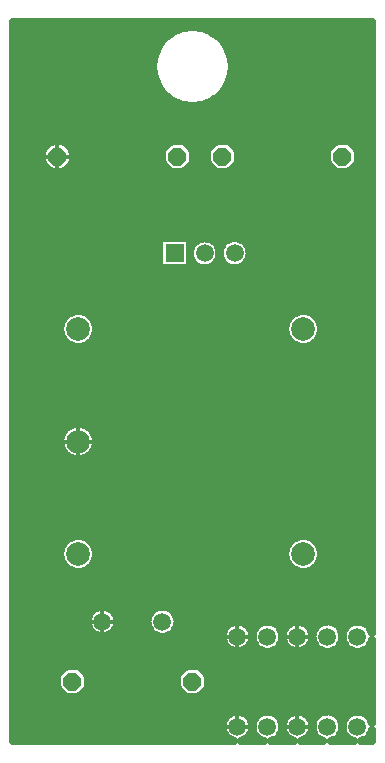
<source format=gbl>
G04 DipTrace 4.3.0.4*
G04 racal_dana_OCXO.GBL*
%MOIN*%
G04 #@! TF.FileFunction,Copper,L2,Bot*
G04 #@! TF.Part,Single*
%AMOUTLINE0*
4,1,8,
0.01263,-0.030487,
-0.012628,-0.030487,
-0.030487,-0.01263,
-0.030487,0.012628,
-0.01263,0.030487,
0.012628,0.030487,
0.030487,0.01263,
0.030487,-0.012628,
0.01263,-0.030487,
0*%
G04 #@! TA.AperFunction,CopperBalancing*
%ADD17C,0.025*%
%ADD18C,0.013*%
G04 #@! TA.AperFunction,ComponentPad*
%ADD20C,0.059055*%
%ADD21C,0.07874*%
%ADD24R,0.059055X0.059055*%
%ADD37OUTLINE0*%
%FSLAX26Y26*%
G04*
G70*
G90*
G75*
G01*
G04 Bottom*
%LPD*%
X448009Y2817631D2*
D17*
X998209D1*
X1089798D2*
X1639997D1*
X448009Y2792762D2*
X955453D1*
X1132554D2*
X1639997D1*
X448009Y2767894D2*
X933331D1*
X1154659D2*
X1639997D1*
X448009Y2743025D2*
X920017D1*
X1167971D2*
X1639997D1*
X448009Y2718156D2*
X912751D1*
X1175256D2*
X1639997D1*
X448009Y2693287D2*
X910508D1*
X1177499D2*
X1639997D1*
X448009Y2668419D2*
X913020D1*
X1174969D2*
X1639997D1*
X448009Y2643550D2*
X920609D1*
X1167398D2*
X1639997D1*
X448009Y2618681D2*
X934318D1*
X1153672D2*
X1639997D1*
X448009Y2593812D2*
X957104D1*
X1130885D2*
X1639997D1*
X448009Y2568944D2*
X1002516D1*
X1085492D2*
X1639997D1*
X448009Y2544075D2*
X1639997D1*
X448009Y2519206D2*
X1639997D1*
X448009Y2494337D2*
X1639997D1*
X448009Y2469469D2*
X1639997D1*
X448009Y2444600D2*
X574256D1*
X613740D2*
X974202D1*
X1013795D2*
X1124252D1*
X1163738D2*
X1524218D1*
X1563791D2*
X1639997D1*
X448009Y2419731D2*
X545063D1*
X642932D2*
X945064D1*
X1042933D2*
X1095079D1*
X1192929D2*
X1495062D1*
X1592948D2*
X1639997D1*
X448009Y2394862D2*
X540381D1*
X647633D2*
X940364D1*
X1047634D2*
X1090378D1*
X1197630D2*
X1490379D1*
X1597631D2*
X1639997D1*
X448009Y2369993D2*
X543790D1*
X644206D2*
X943791D1*
X1044207D2*
X1093786D1*
X1194220D2*
X1493787D1*
X1594203D2*
X1639997D1*
X448009Y2345125D2*
X569483D1*
X618513D2*
X969501D1*
X1018496D2*
X1119480D1*
X1168509D2*
X1519517D1*
X1568492D2*
X1639997D1*
X448009Y2320256D2*
X1639997D1*
X448009Y2295387D2*
X1639997D1*
X448009Y2270518D2*
X1639997D1*
X448009Y2245650D2*
X1639997D1*
X448009Y2220781D2*
X1639997D1*
X448009Y2195912D2*
X1639997D1*
X448009Y2171043D2*
X1639997D1*
X448009Y2146175D2*
X1639997D1*
X448009Y2121306D2*
X1639997D1*
X448009Y2096437D2*
X931572D1*
X1230033D2*
X1639997D1*
X448009Y2071568D2*
X931572D1*
X1236906D2*
X1639997D1*
X448009Y2046699D2*
X931572D1*
X1230571D2*
X1639997D1*
X448009Y2021831D2*
X931572D1*
X1036904D2*
X1072274D1*
X1096220D2*
X1172265D1*
X1196213D2*
X1639997D1*
X448009Y1996962D2*
X1639997D1*
X448009Y1972093D2*
X1639997D1*
X448009Y1947224D2*
X1639997D1*
X448009Y1922356D2*
X1639997D1*
X448009Y1897487D2*
X1639997D1*
X448009Y1872618D2*
X633320D1*
X692182D2*
X1383031D1*
X1442486D2*
X1639997D1*
X448009Y1847749D2*
X607592D1*
X717930D2*
X1357446D1*
X1468071D2*
X1639997D1*
X448009Y1822881D2*
X600361D1*
X725143D2*
X1350251D1*
X1475248D2*
X1639997D1*
X448009Y1798012D2*
X604021D1*
X721483D2*
X1353911D1*
X1471588D2*
X1639997D1*
X448009Y1773143D2*
X621533D1*
X703971D2*
X1371369D1*
X1454130D2*
X1639997D1*
X448009Y1748274D2*
X1639997D1*
X448009Y1723406D2*
X1639997D1*
X448009Y1698537D2*
X1639997D1*
X448009Y1673668D2*
X1639997D1*
X448009Y1648799D2*
X1639997D1*
X448009Y1623930D2*
X1639997D1*
X448009Y1599062D2*
X1639997D1*
X448009Y1574193D2*
X1639997D1*
X448009Y1549324D2*
X1639997D1*
X448009Y1524455D2*
X1639997D1*
X448009Y1499587D2*
X637681D1*
X687858D2*
X1639997D1*
X448009Y1474718D2*
X608722D1*
X716818D2*
X1639997D1*
X448009Y1449849D2*
X600541D1*
X724982D2*
X1639997D1*
X448009Y1424980D2*
X603340D1*
X722182D2*
X1639997D1*
X448009Y1400112D2*
X619325D1*
X706196D2*
X1639997D1*
X448009Y1375243D2*
X1639997D1*
X448009Y1350374D2*
X1639997D1*
X448009Y1325505D2*
X1639997D1*
X448009Y1300636D2*
X1639997D1*
X448009Y1275768D2*
X1639997D1*
X448009Y1250899D2*
X1639997D1*
X448009Y1226030D2*
X1639997D1*
X448009Y1201161D2*
X1639997D1*
X448009Y1176293D2*
X1639997D1*
X448009Y1151424D2*
X1639997D1*
X448009Y1126555D2*
X643315D1*
X682224D2*
X1393259D1*
X1432294D2*
X1639997D1*
X448009Y1101686D2*
X609961D1*
X715597D2*
X1359940D1*
X1465613D2*
X1639997D1*
X448009Y1076818D2*
X600774D1*
X724766D2*
X1350772D1*
X1474781D2*
X1639997D1*
X448009Y1051949D2*
X602730D1*
X722810D2*
X1352745D1*
X1472807D2*
X1639997D1*
X448009Y1027080D2*
X617316D1*
X708223D2*
X1367349D1*
X1458202D2*
X1639997D1*
X448009Y1002211D2*
X1639997D1*
X448009Y977343D2*
X1639997D1*
X448009Y952474D2*
X1639997D1*
X448009Y927605D2*
X1639997D1*
X448009Y902736D2*
X1639997D1*
X448009Y877867D2*
X704497D1*
X783508D2*
X904497D1*
X983509D2*
X1639997D1*
X448009Y852999D2*
X692152D1*
X795852D2*
X892154D1*
X995853D2*
X1639997D1*
X448009Y828130D2*
X693911D1*
X794094D2*
X893912D1*
X994094D2*
X1154736D1*
X1233262D2*
X1254727D1*
X1333272D2*
X1354736D1*
X1433264D2*
X1454566D1*
X1533434D2*
X1554738D1*
X448009Y803261D2*
X712230D1*
X775776D2*
X912231D1*
X975776D2*
X1142194D1*
X448009Y778392D2*
X1143827D1*
X448009Y753524D2*
X1161860D1*
X1226139D2*
X1261869D1*
X1326131D2*
X1361860D1*
X1426140D2*
X1461672D1*
X1526329D2*
X1561860D1*
X1626140D2*
X1639997D1*
X448009Y728655D2*
X1639997D1*
X448009Y703786D2*
X1639997D1*
X448009Y678917D2*
X604112D1*
X683894D2*
X1004112D1*
X1083895D2*
X1639997D1*
X448009Y654049D2*
X590367D1*
X697619D2*
X990369D1*
X1097621D2*
X1639997D1*
X448009Y629180D2*
X590493D1*
X697512D2*
X990493D1*
X1097513D2*
X1639997D1*
X448009Y604311D2*
X608883D1*
X679121D2*
X1008885D1*
X1079122D2*
X1639997D1*
X448009Y579442D2*
X1639997D1*
X448009Y554573D2*
X1639997D1*
X448009Y529705D2*
X1156261D1*
X1231738D2*
X1256252D1*
X1331747D2*
X1356261D1*
X1431738D2*
X1456092D1*
X1531908D2*
X1556262D1*
X448009Y504836D2*
X1142517D1*
X448009Y479967D2*
X1143343D1*
X448009Y455098D2*
X1159814D1*
X1228185D2*
X1259823D1*
X1328176D2*
X1359814D1*
X1428185D2*
X1459644D1*
X1528356D2*
X1559815D1*
X794075Y840940D2*
X793795Y837892D1*
X793329Y834869D1*
X792681Y831878D1*
X791852Y828933D1*
X790844Y826043D1*
X789663Y823222D1*
X788311Y820476D1*
X786794Y817819D1*
X785118Y815259D1*
X783290Y812804D1*
X781315Y810467D1*
X779201Y808255D1*
X776957Y806176D1*
X774589Y804238D1*
X772109Y802446D1*
X769522Y800810D1*
X766843Y799335D1*
X764077Y798025D1*
X761236Y796886D1*
X758332Y795923D1*
X755375Y795139D1*
X752375Y794535D1*
X749344Y794118D1*
X746293Y793885D1*
X743234Y793839D1*
X740177Y793978D1*
X737134Y794304D1*
X734117Y794815D1*
X731136Y795509D1*
X728205Y796383D1*
X725331Y797434D1*
X722528Y798660D1*
X719803Y800054D1*
X717169Y801610D1*
X714635Y803324D1*
X712210Y805190D1*
X709903Y807201D1*
X707723Y809348D1*
X705677Y811623D1*
X703776Y814021D1*
X702022Y816529D1*
X700425Y819139D1*
X698991Y821841D1*
X697724Y824627D1*
X696629Y827484D1*
X695710Y830403D1*
X694971Y833371D1*
X694415Y836381D1*
X694042Y839417D1*
X693856Y842472D1*
Y845531D1*
X694042Y848585D1*
X694415Y851623D1*
X694971Y854631D1*
X695711Y857601D1*
X696630Y860520D1*
X697726Y863377D1*
X698992Y866161D1*
X700428Y868865D1*
X702024Y871475D1*
X703777Y873983D1*
X705680Y876379D1*
X707724Y878655D1*
X709906Y880802D1*
X712213Y882812D1*
X714638Y884677D1*
X717172Y886392D1*
X719806Y887949D1*
X722530Y889341D1*
X725335Y890567D1*
X728209Y891618D1*
X731140Y892492D1*
X734121Y893185D1*
X737138Y893697D1*
X740180Y894022D1*
X743236Y894163D1*
X746297Y894115D1*
X749348Y893882D1*
X752378Y893463D1*
X755378Y892861D1*
X758336Y892076D1*
X761240Y891113D1*
X764080Y889974D1*
X766845Y888664D1*
X769526Y887189D1*
X772112Y885552D1*
X774592Y883761D1*
X776959Y881822D1*
X779203Y879743D1*
X781318Y877530D1*
X783293Y875192D1*
X785121Y872739D1*
X786797Y870178D1*
X788312Y867521D1*
X789664Y864776D1*
X790845Y861953D1*
X791853Y859064D1*
X792682Y856118D1*
X793331Y853129D1*
X793795Y850104D1*
X794075Y847056D1*
X794168Y844000D1*
X794075Y840940D1*
X993329Y834865D2*
X990811Y825957D1*
X986698Y817661D1*
X981131Y810265D1*
X974301Y804016D1*
X966437Y799130D1*
X957811Y795770D1*
X948713Y794054D1*
X939455Y794038D1*
X930352Y795724D1*
X921714Y799054D1*
X913835Y803915D1*
X906983Y810139D1*
X901391Y817518D1*
X897251Y825798D1*
X894702Y834698D1*
X893832Y843915D1*
X894671Y853135D1*
X897189Y862043D1*
X901302Y870339D1*
X906869Y877735D1*
X913699Y883984D1*
X921563Y888870D1*
X930189Y892230D1*
X939287Y893946D1*
X948545Y893962D1*
X957648Y892276D1*
X966286Y888946D1*
X974165Y884085D1*
X981017Y877861D1*
X986609Y870482D1*
X990749Y862202D1*
X993298Y853302D1*
X994168Y844000D1*
X993329Y834865D1*
X1174672Y2684822D2*
X1173713Y2675728D1*
X1172122Y2666724D1*
X1169908Y2657853D1*
X1167080Y2649159D1*
X1163652Y2640682D1*
X1159640Y2632466D1*
X1155067Y2624549D1*
X1149951Y2616971D1*
X1144320Y2609768D1*
X1138199Y2602975D1*
X1131621Y2596625D1*
X1124615Y2590751D1*
X1117217Y2585378D1*
X1109461Y2580535D1*
X1101387Y2576245D1*
X1093033Y2572530D1*
X1084440Y2569406D1*
X1075650Y2566887D1*
X1066706Y2564990D1*
X1057651Y2563720D1*
X1048530Y2563085D1*
X1039387Y2563088D1*
X1030266Y2563728D1*
X1021213Y2565004D1*
X1012270Y2566908D1*
X1003482Y2569430D1*
X994891Y2572560D1*
X986539Y2576282D1*
X978467Y2580577D1*
X970715Y2585425D1*
X963320Y2590802D1*
X956318Y2596681D1*
X949743Y2603034D1*
X943627Y2609831D1*
X938000Y2617037D1*
X932890Y2624619D1*
X928320Y2632539D1*
X924315Y2640759D1*
X920892Y2649236D1*
X918070Y2657933D1*
X915861Y2666806D1*
X914276Y2675810D1*
X913323Y2684904D1*
X913007Y2694041D1*
X913328Y2703178D1*
X914287Y2712272D1*
X915878Y2721276D1*
X918092Y2730147D1*
X920920Y2738841D1*
X924348Y2747318D1*
X928360Y2755534D1*
X932933Y2763451D1*
X938049Y2771029D1*
X943680Y2778232D1*
X949801Y2785025D1*
X956379Y2791375D1*
X963385Y2797249D1*
X970783Y2802622D1*
X978539Y2807465D1*
X986613Y2811755D1*
X994967Y2815470D1*
X1003560Y2818594D1*
X1012350Y2821113D1*
X1021294Y2823010D1*
X1030349Y2824280D1*
X1039470Y2824915D1*
X1048613Y2824912D1*
X1057734Y2824272D1*
X1066787Y2822996D1*
X1075730Y2821092D1*
X1084518Y2818570D1*
X1093109Y2815440D1*
X1101461Y2811718D1*
X1109533Y2807423D1*
X1117285Y2802575D1*
X1124680Y2797198D1*
X1131682Y2791319D1*
X1138257Y2784966D1*
X1144373Y2778169D1*
X1150000Y2770963D1*
X1155110Y2763381D1*
X1159680Y2755461D1*
X1163685Y2747241D1*
X1167108Y2738764D1*
X1169930Y2730067D1*
X1172139Y2721194D1*
X1173724Y2712190D1*
X1174677Y2703096D1*
X1174993Y2694000D1*
X1174672Y2684822D1*
X1243990Y490020D2*
X1243795Y487892D1*
X1243329Y484869D1*
X1243028Y483367D1*
X1242681Y481877D1*
X1242289Y480396D1*
X1241850Y478929D1*
X1241369Y477476D1*
X1240843Y476038D1*
X1239660Y473217D1*
X1238308Y470471D1*
X1236791Y467814D1*
X1235115Y465253D1*
X1233286Y462801D1*
X1231311Y460463D1*
X1229197Y458252D1*
X1226953Y456172D1*
X1224585Y454234D1*
X1222104Y452444D1*
X1219518Y450807D1*
X1216837Y449332D1*
X1215463Y448656D1*
X1214071Y448022D1*
X1212657Y447430D1*
X1211228Y446883D1*
X1209782Y446379D1*
X1208322Y445920D1*
X1206827Y445500D1*
X1281172D1*
X1278916Y446154D1*
X1277175Y446738D1*
X1275455Y447386D1*
X1273761Y448096D1*
X1272094Y448867D1*
X1270457Y449699D1*
X1268850Y450592D1*
X1261302Y455951D1*
X1254867Y462608D1*
X1249765Y470333D1*
X1246169Y478865D1*
X1245648Y480626D1*
X1245190Y482406D1*
X1244799Y484199D1*
X1244472Y486008D1*
X1244214Y487827D1*
X1244003Y489924D1*
X1181173Y445500D2*
X1179638Y445932D1*
X1178177Y446392D1*
X1176732Y446898D1*
X1175303Y447446D1*
X1173891Y448038D1*
X1172499Y448673D1*
X1171125Y449350D1*
X1169773Y450070D1*
X1168444Y450829D1*
X1165860Y452467D1*
X1163381Y454260D1*
X1161014Y456201D1*
X1158772Y458282D1*
X1156659Y460496D1*
X1154686Y462835D1*
X1152860Y465290D1*
X1151186Y467852D1*
X1149672Y470510D1*
X1148322Y473256D1*
X1147142Y476080D1*
X1146136Y478970D1*
X1145310Y481915D1*
X1144663Y484906D1*
X1144201Y487930D1*
X1143923Y490978D1*
X1143832Y494037D1*
X1143928Y497094D1*
X1144210Y500142D1*
X1144677Y503165D1*
X1145327Y506156D1*
X1146159Y509101D1*
X1147168Y511990D1*
X1148352Y514811D1*
X1149706Y517555D1*
X1151224Y520211D1*
X1152902Y522770D1*
X1154732Y525222D1*
X1156709Y527558D1*
X1158824Y529769D1*
X1161070Y531848D1*
X1163438Y533785D1*
X1165920Y535573D1*
X1168507Y537209D1*
X1171189Y538682D1*
X1173955Y539990D1*
X1176797Y541126D1*
X1179701Y542087D1*
X1182659Y542869D1*
X1185660Y543470D1*
X1188692Y543886D1*
X1191741Y544117D1*
X1194802Y544161D1*
X1197858Y544020D1*
X1200900Y543692D1*
X1203917Y543178D1*
X1206896Y542482D1*
X1209828Y541605D1*
X1212701Y540552D1*
X1215504Y539325D1*
X1218227Y537930D1*
X1220861Y536371D1*
X1223394Y534655D1*
X1225818Y532787D1*
X1228123Y530776D1*
X1230302Y528627D1*
X1232345Y526349D1*
X1234245Y523951D1*
X1235997Y521442D1*
X1237592Y518831D1*
X1239025Y516127D1*
X1240290Y513341D1*
X1241383Y510483D1*
X1241864Y509030D1*
X1242301Y507562D1*
X1242692Y506083D1*
X1243037Y504591D1*
X1243337Y503089D1*
X1243592Y501580D1*
X1243801Y500063D1*
X1243997Y498071D1*
X1244276Y500652D1*
X1244552Y502469D1*
X1244895Y504273D1*
X1245304Y506064D1*
X1245778Y507839D1*
X1246318Y509596D1*
X1246921Y511331D1*
X1250907Y519686D1*
X1256361Y527168D1*
X1263096Y533518D1*
X1270883Y538525D1*
X1279459Y542014D1*
X1288529Y543869D1*
X1297785Y544025D1*
X1306913Y542478D1*
X1315601Y539280D1*
X1323552Y534539D1*
X1330499Y528419D1*
X1336202Y521126D1*
X1340467Y512909D1*
X1343151Y504049D1*
X1343486Y502243D1*
X1343755Y500425D1*
X1343996Y498058D1*
X1344211Y500155D1*
X1344423Y501671D1*
X1344680Y503180D1*
X1344982Y504681D1*
X1345331Y506172D1*
X1345724Y507651D1*
X1346164Y509117D1*
X1346647Y510570D1*
X1347745Y513427D1*
X1349016Y516210D1*
X1350454Y518911D1*
X1352054Y521520D1*
X1353810Y524025D1*
X1355714Y526420D1*
X1357762Y528693D1*
X1359945Y530839D1*
X1362253Y532845D1*
X1364681Y534709D1*
X1367217Y536420D1*
X1369853Y537974D1*
X1372579Y539365D1*
X1375385Y540587D1*
X1378259Y541634D1*
X1381193Y542505D1*
X1384173Y543196D1*
X1387190Y543703D1*
X1390234Y544026D1*
X1393290Y544163D1*
X1396350Y544113D1*
X1399400Y543877D1*
X1402430Y543454D1*
X1405430Y542848D1*
X1408387Y542060D1*
X1411290Y541094D1*
X1414129Y539953D1*
X1416894Y538640D1*
X1419572Y537161D1*
X1422156Y535522D1*
X1424635Y533728D1*
X1427000Y531786D1*
X1429241Y529705D1*
X1431353Y527490D1*
X1433325Y525151D1*
X1435151Y522696D1*
X1436824Y520133D1*
X1438337Y517474D1*
X1439686Y514727D1*
X1440865Y511903D1*
X1441869Y509013D1*
X1442304Y507545D1*
X1442696Y506064D1*
X1443041Y504573D1*
X1443341Y503072D1*
X1443594Y501562D1*
X1443802Y500045D1*
X1443941Y498741D1*
X1444136Y500483D1*
X1444407Y502301D1*
X1444743Y504106D1*
X1445144Y505899D1*
X1445612Y507676D1*
X1446144Y509434D1*
X1446740Y511172D1*
X1450699Y519564D1*
X1456134Y527085D1*
X1462858Y533479D1*
X1470643Y538529D1*
X1479223Y542063D1*
X1488306Y543959D1*
X1497583Y544156D1*
X1506739Y542643D1*
X1515459Y539474D1*
X1523450Y534757D1*
X1530437Y528651D1*
X1536184Y521366D1*
X1540495Y513148D1*
X1543222Y504280D1*
X1543564Y502474D1*
X1543841Y500659D1*
X1544058Y498749D1*
X1544276Y500652D1*
X1544552Y502469D1*
X1544895Y504273D1*
X1545304Y506064D1*
X1545778Y507839D1*
X1546318Y509596D1*
X1546921Y511331D1*
X1550907Y519686D1*
X1556361Y527168D1*
X1563096Y533518D1*
X1570883Y538525D1*
X1579459Y542014D1*
X1588529Y543869D1*
X1597785Y544025D1*
X1606913Y542478D1*
X1615601Y539280D1*
X1623552Y534539D1*
X1630499Y528419D1*
X1636202Y521126D1*
X1640467Y512909D1*
X1641129Y511196D1*
X1641727Y509458D1*
X1642261Y507701D1*
X1642500Y506797D1*
Y781163D1*
X1640811Y775957D1*
X1636698Y767661D1*
X1631131Y760265D1*
X1624301Y754016D1*
X1616437Y749130D1*
X1607811Y745770D1*
X1598713Y744054D1*
X1589455Y744038D1*
X1580352Y745724D1*
X1571714Y749054D1*
X1563835Y753915D1*
X1556983Y760139D1*
X1551391Y767518D1*
X1547251Y775798D1*
X1544702Y784698D1*
X1544395Y786509D1*
X1544154Y788331D1*
X1544062Y789290D1*
X1543446Y784865D1*
X1540927Y775934D1*
X1536807Y767619D1*
X1531231Y760202D1*
X1524387Y753937D1*
X1516508Y749035D1*
X1507862Y745665D1*
X1498745Y743941D1*
X1489466Y743921D1*
X1480341Y745608D1*
X1471681Y748941D1*
X1463782Y753810D1*
X1456912Y760046D1*
X1451304Y767440D1*
X1447151Y775736D1*
X1444592Y784656D1*
X1444283Y786467D1*
X1444042Y788289D1*
X1443946Y789290D1*
X1443795Y787892D1*
X1443329Y784869D1*
X1443028Y783367D1*
X1442681Y781877D1*
X1442289Y780396D1*
X1441850Y778929D1*
X1441369Y777476D1*
X1440843Y776038D1*
X1439660Y773217D1*
X1438308Y770471D1*
X1436791Y767814D1*
X1435115Y765253D1*
X1433286Y762801D1*
X1431311Y760463D1*
X1429197Y758252D1*
X1426953Y756172D1*
X1424585Y754234D1*
X1422104Y752444D1*
X1419518Y750807D1*
X1416837Y749332D1*
X1414072Y748022D1*
X1411231Y746885D1*
X1408327Y745921D1*
X1405370Y745138D1*
X1402370Y744535D1*
X1399339Y744117D1*
X1396287Y743885D1*
X1393228Y743839D1*
X1390171Y743979D1*
X1387129Y744304D1*
X1384112Y744816D1*
X1381133Y745510D1*
X1378199Y746386D1*
X1375327Y747437D1*
X1372522Y748661D1*
X1369798Y750055D1*
X1367164Y751613D1*
X1364630Y753328D1*
X1362205Y755194D1*
X1359899Y757205D1*
X1357719Y759352D1*
X1355675Y761629D1*
X1353772Y764025D1*
X1352020Y766533D1*
X1350423Y769143D1*
X1348988Y771846D1*
X1347722Y774631D1*
X1346627Y777490D1*
X1346146Y778942D1*
X1345709Y780409D1*
X1345316Y781890D1*
X1344969Y783381D1*
X1344668Y784882D1*
X1344412Y786391D1*
X1344203Y787908D1*
X1344003Y789929D1*
X1343329Y784865D1*
X1340811Y775957D1*
X1336698Y767661D1*
X1331131Y760265D1*
X1324301Y754016D1*
X1316437Y749130D1*
X1307811Y745770D1*
X1298713Y744054D1*
X1289455Y744038D1*
X1280352Y745724D1*
X1271714Y749054D1*
X1263835Y753915D1*
X1256983Y760139D1*
X1251391Y767518D1*
X1247251Y775798D1*
X1244702Y784698D1*
X1244395Y786509D1*
X1244154Y788331D1*
X1244001Y789923D1*
X1243795Y787892D1*
X1243329Y784869D1*
X1243028Y783367D1*
X1242681Y781877D1*
X1242289Y780396D1*
X1241850Y778929D1*
X1241369Y777476D1*
X1240843Y776038D1*
X1239660Y773217D1*
X1238308Y770471D1*
X1236791Y767814D1*
X1235115Y765253D1*
X1233286Y762801D1*
X1231311Y760463D1*
X1229197Y758252D1*
X1226953Y756172D1*
X1224585Y754234D1*
X1222104Y752444D1*
X1219518Y750807D1*
X1216837Y749332D1*
X1214072Y748022D1*
X1211231Y746885D1*
X1208327Y745921D1*
X1205370Y745138D1*
X1202370Y744535D1*
X1199339Y744117D1*
X1196287Y743885D1*
X1193228Y743839D1*
X1190171Y743979D1*
X1187129Y744304D1*
X1184112Y744816D1*
X1181133Y745510D1*
X1178199Y746386D1*
X1175327Y747437D1*
X1172522Y748661D1*
X1169798Y750055D1*
X1167164Y751613D1*
X1164630Y753328D1*
X1162205Y755194D1*
X1159899Y757205D1*
X1157719Y759352D1*
X1155675Y761629D1*
X1153772Y764025D1*
X1152020Y766533D1*
X1150423Y769143D1*
X1148988Y771846D1*
X1147722Y774631D1*
X1146627Y777490D1*
X1145709Y780408D1*
X1144970Y783377D1*
X1144413Y786386D1*
X1144041Y789423D1*
X1143856Y792478D1*
Y795537D1*
X1144042Y798591D1*
X1144416Y801629D1*
X1144972Y804636D1*
X1145713Y807606D1*
X1146631Y810525D1*
X1147727Y813382D1*
X1148995Y816167D1*
X1150430Y818869D1*
X1152028Y821479D1*
X1153781Y823987D1*
X1155684Y826383D1*
X1157728Y828659D1*
X1159909Y830806D1*
X1162217Y832815D1*
X1164642Y834681D1*
X1167176Y836395D1*
X1169811Y837951D1*
X1172535Y839344D1*
X1175340Y840568D1*
X1178214Y841619D1*
X1181146Y842493D1*
X1184126Y843186D1*
X1187143Y843697D1*
X1190185Y844022D1*
X1193241Y844163D1*
X1196302Y844115D1*
X1199353Y843882D1*
X1202383Y843462D1*
X1205383Y842860D1*
X1208341Y842075D1*
X1211245Y841110D1*
X1214085Y839972D1*
X1216850Y838661D1*
X1219530Y837186D1*
X1222115Y835549D1*
X1224597Y833757D1*
X1226963Y831819D1*
X1229207Y829739D1*
X1231322Y827526D1*
X1233295Y825188D1*
X1235123Y822735D1*
X1236799Y820175D1*
X1238315Y817516D1*
X1239667Y814770D1*
X1240848Y811948D1*
X1241854Y809059D1*
X1242291Y807592D1*
X1242684Y806112D1*
X1243031Y804621D1*
X1243332Y803119D1*
X1243588Y801610D1*
X1243797Y800093D1*
X1243997Y798068D1*
X1244117Y799332D1*
X1244345Y801155D1*
X1244640Y802969D1*
X1245001Y804770D1*
X1245429Y806556D1*
X1245921Y808327D1*
X1246478Y810077D1*
X1247098Y811807D1*
X1251169Y820122D1*
X1256698Y827547D1*
X1263497Y833829D1*
X1271336Y838756D1*
X1279945Y842159D1*
X1289034Y843921D1*
X1298291Y843984D1*
X1307403Y842344D1*
X1316058Y839058D1*
X1323962Y834238D1*
X1330845Y828047D1*
X1336474Y820697D1*
X1340656Y812438D1*
X1343251Y803551D1*
X1343567Y801741D1*
X1343818Y799921D1*
X1344000Y798098D1*
X1344207Y800126D1*
X1344417Y801642D1*
X1344675Y803152D1*
X1344976Y804652D1*
X1345324Y806143D1*
X1345718Y807623D1*
X1346155Y809091D1*
X1346638Y810543D1*
X1347165Y811980D1*
X1348348Y814802D1*
X1349701Y817547D1*
X1351219Y820203D1*
X1352896Y822762D1*
X1354726Y825215D1*
X1356702Y827551D1*
X1358818Y829762D1*
X1361063Y831841D1*
X1363432Y833780D1*
X1365913Y835568D1*
X1368500Y837203D1*
X1371181Y838677D1*
X1373948Y839986D1*
X1376787Y841123D1*
X1379693Y842084D1*
X1382651Y842867D1*
X1385651Y843469D1*
X1388682Y843886D1*
X1391734Y844117D1*
X1394793Y844161D1*
X1397849Y844020D1*
X1400891Y843693D1*
X1403908Y843180D1*
X1406888Y842484D1*
X1409820Y841609D1*
X1412693Y840555D1*
X1415496Y839329D1*
X1418219Y837934D1*
X1420853Y836377D1*
X1423386Y834660D1*
X1425811Y832793D1*
X1428117Y830782D1*
X1430295Y828634D1*
X1432339Y826356D1*
X1434240Y823959D1*
X1435992Y821450D1*
X1437588Y818839D1*
X1439021Y816135D1*
X1440286Y813349D1*
X1441379Y810492D1*
X1441861Y809038D1*
X1442298Y807571D1*
X1442689Y806091D1*
X1443035Y804600D1*
X1443336Y803098D1*
X1443591Y801588D1*
X1443799Y800072D1*
X1443941Y798741D1*
X1444222Y801113D1*
X1444516Y802927D1*
X1444874Y804728D1*
X1445299Y806516D1*
X1445789Y808286D1*
X1446343Y810038D1*
X1446961Y811769D1*
X1451026Y820109D1*
X1456556Y827562D1*
X1463360Y833870D1*
X1471209Y838822D1*
X1479832Y842247D1*
X1488938Y844028D1*
X1498218Y844106D1*
X1507353Y842478D1*
X1516033Y839199D1*
X1523963Y834381D1*
X1530873Y828188D1*
X1536528Y820831D1*
X1540734Y812559D1*
X1543348Y803656D1*
X1543668Y801846D1*
X1543921Y800028D1*
X1544055Y798719D1*
X1544345Y801155D1*
X1544640Y802969D1*
X1545001Y804770D1*
X1545429Y806556D1*
X1545921Y808327D1*
X1546478Y810077D1*
X1547098Y811807D1*
X1551169Y820122D1*
X1556698Y827547D1*
X1563497Y833829D1*
X1571336Y838756D1*
X1579945Y842159D1*
X1589034Y843921D1*
X1598291Y843984D1*
X1607403Y842344D1*
X1616058Y839058D1*
X1623962Y834238D1*
X1630845Y828047D1*
X1636474Y820697D1*
X1640656Y812438D1*
X1641301Y810718D1*
X1641881Y808974D1*
X1642500Y806806D1*
Y2842495D1*
X1370290Y2842500D1*
X445492D1*
X445500Y2753962D1*
Y445505D1*
X745269Y445500D1*
X1181163D1*
X1343909Y491190D2*
X1343329Y484865D1*
X1340811Y475957D1*
X1336698Y467661D1*
X1331131Y460265D1*
X1324301Y454016D1*
X1316437Y449130D1*
X1314780Y448337D1*
X1313093Y447608D1*
X1311382Y446940D1*
X1309647Y446335D1*
X1307892Y445794D1*
X1306798Y445500D1*
X1381112Y445516D1*
X1379638Y445932D1*
X1378177Y446392D1*
X1376732Y446898D1*
X1375303Y447446D1*
X1373891Y448038D1*
X1372499Y448673D1*
X1371125Y449350D1*
X1369773Y450070D1*
X1368444Y450829D1*
X1365860Y452467D1*
X1363381Y454260D1*
X1361014Y456201D1*
X1358772Y458282D1*
X1356659Y460496D1*
X1354686Y462835D1*
X1352860Y465290D1*
X1351186Y467852D1*
X1349672Y470510D1*
X1348322Y473256D1*
X1347142Y476080D1*
X1346136Y478970D1*
X1345701Y480437D1*
X1345308Y481917D1*
X1344963Y483408D1*
X1344663Y484909D1*
X1344408Y486420D1*
X1344199Y487936D1*
X1344003Y489932D1*
X1343909Y491190D1*
X1443930Y489371D2*
X1443795Y487892D1*
X1443329Y484869D1*
X1443028Y483367D1*
X1442681Y481877D1*
X1442289Y480396D1*
X1441850Y478929D1*
X1441369Y477476D1*
X1440843Y476038D1*
X1439660Y473217D1*
X1438308Y470471D1*
X1436791Y467814D1*
X1435115Y465253D1*
X1433286Y462801D1*
X1431311Y460463D1*
X1429197Y458252D1*
X1426953Y456172D1*
X1424585Y454234D1*
X1422104Y452444D1*
X1419518Y450807D1*
X1416837Y449332D1*
X1415463Y448656D1*
X1414071Y448022D1*
X1412657Y447430D1*
X1411228Y446883D1*
X1409782Y446379D1*
X1408322Y445920D1*
X1406827Y445500D1*
X1480724D1*
X1478987Y446010D1*
X1477244Y446591D1*
X1475522Y447235D1*
X1473827Y447941D1*
X1472157Y448709D1*
X1470518Y449537D1*
X1468909Y450424D1*
X1467335Y451370D1*
X1459955Y456995D1*
X1453735Y463881D1*
X1448886Y471793D1*
X1445573Y480461D1*
X1445112Y482239D1*
X1444714Y484033D1*
X1444383Y485839D1*
X1444118Y487657D1*
X1443944Y489264D1*
X1543957Y490441D2*
X1543446Y484865D1*
X1540927Y475934D1*
X1536807Y467619D1*
X1531231Y460202D1*
X1524387Y453937D1*
X1516508Y449035D1*
X1514850Y448243D1*
X1513165Y447512D1*
X1511454Y446843D1*
X1509719Y446238D1*
X1507965Y445694D1*
X1507241Y445500D1*
X1581164D1*
X1578916Y446154D1*
X1577175Y446738D1*
X1575455Y447386D1*
X1573761Y448096D1*
X1572094Y448867D1*
X1570457Y449699D1*
X1568850Y450592D1*
X1561302Y455951D1*
X1554867Y462608D1*
X1549765Y470333D1*
X1546169Y478865D1*
X1545648Y480626D1*
X1545190Y482406D1*
X1544799Y484199D1*
X1544472Y486008D1*
X1544214Y487827D1*
X1543957Y490441D1*
X1642500Y481933D2*
X1640811Y475957D1*
X1636698Y467661D1*
X1631131Y460265D1*
X1624301Y454016D1*
X1616437Y449130D1*
X1614780Y448337D1*
X1613093Y447608D1*
X1611382Y446940D1*
X1609647Y446335D1*
X1607892Y445794D1*
X1606798Y445500D1*
X1642508D1*
X1642500Y481933D1*
X722063Y1809840D2*
X719971Y1800894D1*
X716538Y1792371D1*
X711844Y1784474D1*
X706000Y1777385D1*
X699142Y1771270D1*
X691432Y1766276D1*
X683049Y1762516D1*
X674189Y1760080D1*
X665063Y1759024D1*
X655882Y1759374D1*
X646862Y1761122D1*
X638215Y1764227D1*
X630143Y1768614D1*
X622836Y1774182D1*
X616463Y1780802D1*
X611176Y1788315D1*
X607098Y1796549D1*
X604324Y1805307D1*
X602921Y1814386D1*
X602919Y1823573D1*
X604320Y1832654D1*
X607091Y1841413D1*
X611165Y1849648D1*
X616450Y1857164D1*
X622820Y1863785D1*
X630126Y1869356D1*
X638197Y1873745D1*
X646843Y1876853D1*
X655862Y1878604D1*
X665042Y1878957D1*
X674169Y1877906D1*
X683029Y1875472D1*
X691413Y1871715D1*
X699126Y1866722D1*
X705986Y1860610D1*
X711832Y1853524D1*
X716529Y1845627D1*
X719965Y1837106D1*
X722060Y1828161D1*
X722765Y1818991D1*
X722063Y1809840D1*
X722696Y1440929D2*
X722462Y1437873D1*
X722071Y1434833D1*
X721526Y1431816D1*
X720828Y1428832D1*
X719979Y1425887D1*
X718979Y1422990D1*
X717833Y1420146D1*
X716545Y1417365D1*
X715115Y1414654D1*
X713549Y1412020D1*
X711850Y1409469D1*
X710024Y1407007D1*
X708073Y1404642D1*
X706005Y1402379D1*
X703824Y1400226D1*
X701535Y1398186D1*
X699147Y1396266D1*
X696663Y1394471D1*
X694089Y1392804D1*
X691434Y1391272D1*
X688706Y1389877D1*
X685909Y1388623D1*
X683051Y1387513D1*
X680142Y1386551D1*
X677186Y1385739D1*
X674193Y1385079D1*
X671169Y1384571D1*
X668125Y1384219D1*
X665066Y1384024D1*
X662001Y1383984D1*
X658938Y1384102D1*
X655885Y1384375D1*
X652850Y1384804D1*
X649841Y1385388D1*
X646865Y1386125D1*
X643932Y1387012D1*
X641047Y1388047D1*
X638219Y1389230D1*
X635454Y1390554D1*
X632761Y1392018D1*
X630147Y1393618D1*
X627618Y1395349D1*
X625180Y1397207D1*
X622840Y1399188D1*
X620604Y1401283D1*
X618479Y1403492D1*
X616469Y1405807D1*
X614579Y1408220D1*
X612816Y1410727D1*
X611182Y1413322D1*
X609684Y1415995D1*
X608324Y1418741D1*
X607105Y1421554D1*
X606033Y1424425D1*
X605108Y1427348D1*
X604333Y1430314D1*
X603711Y1433315D1*
X603243Y1436344D1*
X602930Y1439394D1*
X602773Y1442454D1*
Y1445520D1*
X602929Y1448580D1*
X603241Y1451630D1*
X603710Y1454659D1*
X604331Y1457660D1*
X605105Y1460626D1*
X606030Y1463549D1*
X607102Y1466420D1*
X608320Y1469232D1*
X609681Y1471980D1*
X611178Y1474654D1*
X612812Y1477248D1*
X614575Y1479755D1*
X616465Y1482169D1*
X618474Y1484483D1*
X620600Y1486692D1*
X622835Y1488789D1*
X625175Y1490769D1*
X627612Y1492627D1*
X630142Y1494360D1*
X632756Y1495959D1*
X635449Y1497424D1*
X638213Y1498748D1*
X641041Y1499930D1*
X643925Y1500967D1*
X646860Y1501854D1*
X649835Y1502592D1*
X652844Y1503175D1*
X655878Y1503605D1*
X658932Y1503878D1*
X661995Y1503996D1*
X665059Y1503957D1*
X668118Y1503761D1*
X671163Y1503409D1*
X674186Y1502904D1*
X677180Y1502244D1*
X680135Y1501432D1*
X683045Y1500470D1*
X685903Y1499361D1*
X688699Y1498106D1*
X691429Y1496711D1*
X694084Y1495180D1*
X696656Y1493513D1*
X699140Y1491718D1*
X701530Y1489798D1*
X703819Y1487760D1*
X706000Y1485606D1*
X708068Y1483344D1*
X710020Y1480979D1*
X711846Y1478518D1*
X713545Y1475967D1*
X715112Y1473332D1*
X716542Y1470621D1*
X717831Y1467840D1*
X718978Y1464997D1*
X719976Y1462100D1*
X720827Y1459155D1*
X721525Y1456171D1*
X722071Y1453154D1*
X722461Y1450114D1*
X722696Y1447058D1*
X722774Y1443991D1*
X722696Y1440929D1*
X722083Y1059840D2*
X719991Y1050894D1*
X716558Y1042371D1*
X711864Y1034474D1*
X706020Y1027385D1*
X699161Y1021270D1*
X691450Y1016276D1*
X683068Y1012516D1*
X674209Y1010080D1*
X665083Y1009024D1*
X655902Y1009374D1*
X646882Y1011122D1*
X638235Y1014227D1*
X630163Y1018614D1*
X622854Y1024182D1*
X616483Y1030802D1*
X611196Y1038315D1*
X607118Y1046549D1*
X604344Y1055307D1*
X602940Y1064386D1*
X602938Y1073573D1*
X604340Y1082654D1*
X607110Y1091413D1*
X611185Y1099648D1*
X616470Y1107164D1*
X622840Y1113785D1*
X630146Y1119356D1*
X638215Y1123745D1*
X646862Y1126853D1*
X655881Y1128604D1*
X665062Y1128957D1*
X674189Y1127906D1*
X683049Y1125472D1*
X691433Y1121715D1*
X699146Y1116722D1*
X706005Y1110610D1*
X711852Y1103524D1*
X716549Y1095627D1*
X719984Y1087106D1*
X722079Y1078161D1*
X722783Y1068991D1*
X722083Y1059840D1*
X1472180Y1809858D2*
X1470087Y1800895D1*
X1466650Y1792356D1*
X1461949Y1784441D1*
X1456096Y1777336D1*
X1449226Y1771209D1*
X1441503Y1766202D1*
X1433104Y1762432D1*
X1424228Y1759988D1*
X1415085Y1758929D1*
X1405886Y1759277D1*
X1396849Y1761025D1*
X1388184Y1764133D1*
X1380094Y1768526D1*
X1372772Y1774104D1*
X1366386Y1780734D1*
X1361087Y1788260D1*
X1356997Y1796508D1*
X1354217Y1805282D1*
X1352807Y1814379D1*
X1352803Y1823584D1*
X1354203Y1832682D1*
X1356976Y1841459D1*
X1361058Y1849711D1*
X1366350Y1857243D1*
X1372730Y1863878D1*
X1380049Y1869462D1*
X1388133Y1873864D1*
X1396795Y1876979D1*
X1405831Y1878735D1*
X1415029Y1879092D1*
X1424175Y1878041D1*
X1433051Y1875606D1*
X1441453Y1871844D1*
X1449182Y1866844D1*
X1456056Y1860723D1*
X1461917Y1853623D1*
X1466625Y1845714D1*
X1470070Y1837177D1*
X1472171Y1828215D1*
X1472881Y1819009D1*
X1472180Y1809858D1*
X1472083Y1059860D2*
X1469991Y1050913D1*
X1466558Y1042391D1*
X1461864Y1034492D1*
X1456020Y1027404D1*
X1449161Y1021290D1*
X1441450Y1016294D1*
X1433067Y1012534D1*
X1424209Y1010098D1*
X1415083Y1009043D1*
X1405902Y1009394D1*
X1396882Y1011142D1*
X1388235Y1014245D1*
X1380163Y1018634D1*
X1372854Y1024202D1*
X1366483Y1030820D1*
X1361196Y1038335D1*
X1357118Y1046567D1*
X1354344Y1055325D1*
X1352940Y1064406D1*
X1352938Y1073593D1*
X1354340Y1082673D1*
X1357110Y1091433D1*
X1361185Y1099667D1*
X1366470Y1107182D1*
X1372840Y1113803D1*
X1380146Y1119375D1*
X1388215Y1123765D1*
X1396862Y1126873D1*
X1405881Y1128623D1*
X1415062Y1128976D1*
X1424189Y1127924D1*
X1433049Y1125491D1*
X1441433Y1121735D1*
X1449146Y1116741D1*
X1456005Y1110630D1*
X1461852Y1103543D1*
X1466549Y1095647D1*
X1469984Y1087126D1*
X1472079Y1078180D1*
X1472783Y1069009D1*
X1472083Y1059860D1*
X1131388Y2342866D2*
X1156630Y2342867D1*
X1160853Y2343304D1*
X1166524Y2345394D1*
X1171236Y2348924D1*
X1189052Y2366741D1*
X1191672Y2369933D1*
X1194245Y2375395D1*
X1195127Y2381367D1*
Y2406625D1*
X1194690Y2410848D1*
X1192600Y2416517D1*
X1189070Y2421231D1*
X1171222Y2439076D1*
X1167927Y2441755D1*
X1162440Y2444286D1*
X1156612Y2445122D1*
X1131370Y2445121D1*
X1127147Y2444684D1*
X1121476Y2442594D1*
X1116764Y2439064D1*
X1098917Y2421217D1*
X1096240Y2417921D1*
X1093709Y2412434D1*
X1092873Y2406605D1*
Y2381364D1*
X1093310Y2377140D1*
X1095400Y2371471D1*
X1098930Y2366757D1*
X1116778Y2348912D1*
X1120073Y2346234D1*
X1125560Y2343702D1*
X1131388Y2342866D1*
X1531388Y2342878D2*
X1556630Y2342879D1*
X1560853Y2343316D1*
X1566524Y2345406D1*
X1571236Y2348936D1*
X1589052Y2366753D1*
X1591672Y2369945D1*
X1594245Y2375407D1*
X1595127Y2381379D1*
Y2406636D1*
X1594690Y2410860D1*
X1592600Y2416530D1*
X1589070Y2421243D1*
X1571222Y2439088D1*
X1567927Y2441766D1*
X1562440Y2444298D1*
X1556612Y2445134D1*
X1531370Y2445133D1*
X1527147Y2444696D1*
X1521476Y2442606D1*
X1516764Y2439076D1*
X1498917Y2421228D1*
X1496240Y2417933D1*
X1493709Y2412446D1*
X1492873Y2406617D1*
Y2381375D1*
X1493310Y2377152D1*
X1495400Y2371482D1*
X1498930Y2366769D1*
X1516778Y2348923D1*
X1520073Y2346245D1*
X1525560Y2343714D1*
X1531388Y2342878D1*
X943261Y2121265D2*
X1034411D1*
Y2076885D1*
X1034576Y2078168D1*
X1034869Y2079982D1*
X1035227Y2081783D1*
X1035651Y2083571D1*
X1036140Y2085343D1*
X1036694Y2087094D1*
X1037312Y2088824D1*
X1037992Y2090530D1*
X1038735Y2092211D1*
X1039538Y2093864D1*
X1044483Y2101690D1*
X1050782Y2108475D1*
X1058219Y2113987D1*
X1066543Y2118039D1*
X1075471Y2120492D1*
X1084697Y2121262D1*
X1093907Y2120325D1*
X1102787Y2117711D1*
X1111038Y2113510D1*
X1118374Y2107865D1*
X1124550Y2100967D1*
X1129352Y2093052D1*
X1132618Y2084390D1*
X1133072Y2082609D1*
X1133461Y2080814D1*
X1133783Y2079005D1*
X1134041Y2077186D1*
X1134241Y2075178D1*
X1134360Y2076429D1*
X1134588Y2078252D1*
X1134883Y2080066D1*
X1135245Y2081866D1*
X1135672Y2083654D1*
X1136164Y2085424D1*
X1136722Y2087175D1*
X1137343Y2088903D1*
X1141412Y2097218D1*
X1146941Y2104644D1*
X1153741Y2110927D1*
X1161579Y2115853D1*
X1170189Y2119256D1*
X1179277Y2121018D1*
X1188535Y2121081D1*
X1197647Y2119441D1*
X1206302Y2116155D1*
X1214205Y2111335D1*
X1221089Y2105144D1*
X1226718Y2097794D1*
X1230900Y2089535D1*
X1233493Y2080648D1*
X1234409Y2071436D1*
X1234411Y2071097D1*
X1233572Y2061962D1*
X1231054Y2053052D1*
X1226941Y2044759D1*
X1221375Y2037362D1*
X1214543Y2031113D1*
X1206681Y2026226D1*
X1198054Y2022867D1*
X1188957Y2021151D1*
X1179698Y2021135D1*
X1170596Y2022822D1*
X1161958Y2026151D1*
X1154077Y2031010D1*
X1147226Y2037236D1*
X1141634Y2044615D1*
X1137493Y2052895D1*
X1134945Y2061795D1*
X1134638Y2063606D1*
X1134396Y2065428D1*
X1134245Y2067020D1*
X1133572Y2061962D1*
X1131054Y2053052D1*
X1126941Y2044759D1*
X1121375Y2037362D1*
X1114543Y2031113D1*
X1106681Y2026226D1*
X1098054Y2022867D1*
X1088957Y2021151D1*
X1079698Y2021135D1*
X1070596Y2022822D1*
X1061958Y2026151D1*
X1054077Y2031010D1*
X1047226Y2037236D1*
X1041634Y2044615D1*
X1037493Y2052895D1*
X1036858Y2054619D1*
X1036287Y2056365D1*
X1035780Y2058131D1*
X1035337Y2059913D1*
X1034961Y2061713D1*
X1034651Y2063522D1*
X1034411Y2065306D1*
Y2020929D1*
X934075D1*
Y2121265D1*
X943261D1*
X639703Y2367420D2*
X641600Y2369824D1*
X643117Y2372480D1*
X644226Y2375332D1*
X644902Y2378316D1*
X645127Y2381367D1*
X645119Y2407164D1*
X644814Y2410207D1*
X644060Y2413172D1*
X642878Y2415993D1*
X641290Y2418609D1*
X639332Y2420963D1*
X620836Y2439453D1*
X618467Y2441388D1*
X615837Y2442953D1*
X613007Y2444112D1*
X610034Y2444839D1*
X606986Y2445118D1*
X580831Y2445114D1*
X577787Y2444807D1*
X574822Y2444055D1*
X572000Y2442871D1*
X569385Y2441285D1*
X567030Y2439325D1*
X548541Y2420831D1*
X546605Y2418461D1*
X545041Y2415832D1*
X543883Y2413000D1*
X543155Y2410029D1*
X542875Y2406979D1*
X542881Y2380825D1*
X543186Y2377781D1*
X543940Y2374816D1*
X545122Y2371995D1*
X546710Y2369379D1*
X548668Y2367025D1*
X567164Y2348535D1*
X569533Y2346600D1*
X572163Y2345035D1*
X574993Y2343877D1*
X577966Y2343150D1*
X581014Y2342870D1*
X607169Y2342874D1*
X610213Y2343181D1*
X613178Y2343933D1*
X616000Y2345117D1*
X618615Y2346703D1*
X620970Y2348663D1*
X639050Y2366739D1*
X639703Y2367420D1*
X981388Y2342878D2*
X1006630Y2342879D1*
X1010853Y2343316D1*
X1016524Y2345406D1*
X1021236Y2348936D1*
X1039052Y2366753D1*
X1041672Y2369945D1*
X1044245Y2375407D1*
X1045127Y2381379D1*
Y2406636D1*
X1044690Y2410860D1*
X1042600Y2416530D1*
X1039070Y2421243D1*
X1021222Y2439088D1*
X1017927Y2441766D1*
X1012440Y2444298D1*
X1006612Y2445134D1*
X981370Y2445133D1*
X977147Y2444696D1*
X971476Y2442606D1*
X966764Y2439076D1*
X948917Y2421228D1*
X946240Y2417933D1*
X943709Y2412446D1*
X942873Y2406617D1*
Y2381375D1*
X943310Y2377152D1*
X945400Y2371482D1*
X948930Y2366769D1*
X966778Y2348923D1*
X970073Y2346245D1*
X975560Y2343714D1*
X981388Y2342878D1*
X631387Y592873D2*
X656629D1*
X660852Y593310D1*
X666522Y595399D1*
X671235Y598929D1*
X689051Y616745D1*
X691671Y619937D1*
X694244Y625399D1*
X695127Y631371D1*
Y656629D1*
X694690Y660852D1*
X692601Y666522D1*
X689071Y671235D1*
X671223Y689081D1*
X667928Y691760D1*
X662441Y694291D1*
X656613Y695127D1*
X631371D1*
X627148Y694690D1*
X621478Y692601D1*
X616765Y689071D1*
X598919Y671223D1*
X596240Y667928D1*
X593709Y662441D1*
X592873Y656613D1*
Y631371D1*
X593310Y627148D1*
X595399Y621478D1*
X598929Y616765D1*
X616777Y598919D1*
X620072Y596240D1*
X625559Y593709D1*
X631387Y592873D1*
X1031387D2*
X1056629D1*
X1060852Y593310D1*
X1066522Y595399D1*
X1071235Y598929D1*
X1089051Y616745D1*
X1091671Y619937D1*
X1094244Y625399D1*
X1095127Y631371D1*
Y656629D1*
X1094690Y660852D1*
X1092601Y666522D1*
X1089071Y671235D1*
X1071223Y689081D1*
X1067928Y691760D1*
X1062441Y694291D1*
X1056613Y695127D1*
X1031371D1*
X1027148Y694690D1*
X1021478Y692601D1*
X1016765Y689071D1*
X998919Y671223D1*
X996240Y667928D1*
X993709Y662441D1*
X992873Y656613D1*
Y631371D1*
X993310Y627148D1*
X995399Y621478D1*
X998929Y616765D1*
X1016777Y598919D1*
X1020072Y596240D1*
X1025559Y593709D1*
X1031387Y592873D1*
X744000Y894133D2*
D18*
Y793867D1*
X693867Y844000D2*
X794133D1*
X1143867Y494000D2*
X1244133D1*
X1194000D2*
Y544133D1*
X1343867Y494000D2*
X1444133D1*
X1394000D2*
Y544133D1*
X1343867Y794000D2*
X1444133D1*
X1394000Y743867D2*
Y844133D1*
X1143867Y794000D2*
X1244133D1*
X1194000Y743867D2*
Y844133D1*
X722739Y1443992D2*
X602789Y1443988D1*
X662762Y1503965D2*
X662765Y1384016D1*
X593999Y2445129D2*
X594001Y2342860D1*
X542865Y2393992D2*
X645135Y2393996D1*
D20*
X744000Y844000D3*
X944000D3*
X1194000Y494000D3*
X1294000D3*
X1394000D3*
X1494000D3*
X1594000D3*
Y794000D3*
X1494000D3*
X1394000D3*
X1294000D3*
X1194000D3*
D21*
X662754Y1818990D3*
X662764Y1443990D3*
X662774Y1068990D3*
X1412754Y1819010D3*
X1412774Y1069010D3*
D37*
X1144000Y2393994D3*
X1544000Y2394006D3*
D24*
X984243Y2071097D3*
D20*
X1084243D3*
X1184243D3*
D37*
X594000Y2393994D3*
X994000Y2394006D3*
X644000Y644000D3*
X1044000D3*
M02*

</source>
